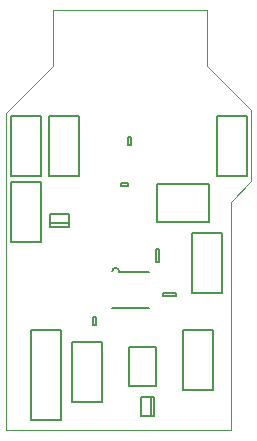
<source format=gbr>
%TF.GenerationSoftware,KiCad,Pcbnew,(5.0.0-rc3-dev)*%
%TF.CreationDate,2019-02-19T23:08:01+00:00*%
%TF.ProjectId,solar_breakout,736F6C61725F627265616B6F75742E6B,rev?*%
%TF.SameCoordinates,Original*%
%TF.FileFunction,Legend,Top*%
%TF.FilePolarity,Positive*%
%FSLAX46Y46*%
G04 Gerber Fmt 4.6, Leading zero omitted, Abs format (unit mm)*
G04 Created by KiCad (PCBNEW (5.0.0-rc3-dev)) date 02/19/19 23:08:01*
%MOMM*%
%LPD*%
G01*
G04 APERTURE LIST*
%ADD10C,0.010000*%
%ADD11C,0.150000*%
G04 APERTURE END LIST*
D10*
X157700000Y-124300000D02*
X138700000Y-124300000D01*
X157700000Y-104950000D02*
X157700000Y-124300000D01*
X159450000Y-97200000D02*
X159450000Y-103200000D01*
X157700000Y-104950000D02*
X159450000Y-103200000D01*
X138700000Y-97450000D02*
X138700000Y-124300000D01*
X155700000Y-93450000D02*
X155700000Y-88700000D01*
X159450000Y-97200000D02*
X155700000Y-93450000D01*
X142700000Y-93450000D02*
X142700000Y-88700000D01*
X138700000Y-97450000D02*
X142700000Y-93450000D01*
X155700000Y-88700000D02*
X142700000Y-88700000D01*
D11*
X140830000Y-115790000D02*
X143370000Y-115790000D01*
X140830000Y-123410000D02*
X140830000Y-115790000D01*
X143370000Y-123410000D02*
X140830000Y-123410000D01*
X143370000Y-115790000D02*
X143370000Y-123410000D01*
X159070000Y-102740000D02*
X156530000Y-102740000D01*
X159070000Y-97660000D02*
X159070000Y-102740000D01*
X156530000Y-97660000D02*
X159070000Y-97660000D01*
X156530000Y-102740000D02*
X156530000Y-97660000D01*
X148392000Y-103630000D02*
X148392000Y-103380000D01*
X148392000Y-103380000D02*
X149042000Y-103380000D01*
X149042000Y-103380000D02*
X149042000Y-103630000D01*
X149042000Y-103630000D02*
X148392000Y-103630000D01*
X151386000Y-108924000D02*
X151636000Y-108924000D01*
X151636000Y-108924000D02*
X151636000Y-110024000D01*
X151636000Y-110024000D02*
X151386000Y-110024000D01*
X151386000Y-110024000D02*
X151386000Y-108924000D01*
X151977000Y-112651000D02*
X153077000Y-112651000D01*
X151977000Y-112901000D02*
X151977000Y-112651000D01*
X153077000Y-112901000D02*
X151977000Y-112901000D01*
X153077000Y-112651000D02*
X153077000Y-112901000D01*
X150949000Y-123101000D02*
X150949000Y-121501000D01*
X150149000Y-123101000D02*
X151249000Y-123101000D01*
X150149000Y-121501000D02*
X150149000Y-123101000D01*
X151249000Y-121501000D02*
X150149000Y-121501000D01*
X151249000Y-123101000D02*
X151249000Y-121501000D01*
X142379800Y-107053000D02*
X143979800Y-107053000D01*
X143979800Y-107053000D02*
X143979800Y-105953000D01*
X143979800Y-105953000D02*
X142379800Y-105953000D01*
X142379800Y-105953000D02*
X142379800Y-107053000D01*
X142379800Y-106753000D02*
X143979800Y-106753000D01*
X148275000Y-110845000D02*
X150775000Y-110845000D01*
X147675000Y-113945000D02*
X150775000Y-113945000D01*
X148275000Y-110845000D02*
G75*
G03X147675000Y-110845000I-300000J0D01*
G01*
X144272000Y-121920000D02*
X144272000Y-116840000D01*
X144272000Y-116840000D02*
X146812000Y-116840000D01*
X146812000Y-116840000D02*
X146812000Y-121920000D01*
X146812000Y-121920000D02*
X144272000Y-121920000D01*
X141670000Y-108381800D02*
X139130000Y-108381800D01*
X141670000Y-103301800D02*
X141670000Y-108381800D01*
X139130000Y-103301800D02*
X141670000Y-103301800D01*
X139130000Y-108381800D02*
X139130000Y-103301800D01*
X154432000Y-107569000D02*
X156972000Y-107569000D01*
X154432000Y-112649000D02*
X154432000Y-107569000D01*
X156972000Y-112649000D02*
X154432000Y-112649000D01*
X156972000Y-107569000D02*
X156972000Y-112649000D01*
X144870000Y-102740000D02*
X142330000Y-102740000D01*
X144870000Y-97660000D02*
X144870000Y-102740000D01*
X142330000Y-97660000D02*
X144870000Y-97660000D01*
X142330000Y-102740000D02*
X142330000Y-97660000D01*
X156170000Y-115790000D02*
X156170000Y-120870000D01*
X156170000Y-120870000D02*
X153630000Y-120870000D01*
X153630000Y-120870000D02*
X153630000Y-115790000D01*
X153630000Y-115790000D02*
X156170000Y-115790000D01*
X141670000Y-97660000D02*
X141670000Y-102740000D01*
X141670000Y-102740000D02*
X139130000Y-102740000D01*
X139130000Y-102740000D02*
X139130000Y-97660000D01*
X139130000Y-97660000D02*
X141670000Y-97660000D01*
X149073000Y-117247000D02*
X151373000Y-117247000D01*
X151373000Y-117247000D02*
X151373000Y-120497000D01*
X151373000Y-120497000D02*
X149073000Y-120497000D01*
X149073000Y-120497000D02*
X149073000Y-117247000D01*
X146302000Y-114737000D02*
X146302000Y-115387000D01*
X146052000Y-114737000D02*
X146302000Y-114737000D01*
X146052000Y-115387000D02*
X146052000Y-114737000D01*
X146302000Y-115387000D02*
X146052000Y-115387000D01*
X148998500Y-99497000D02*
X149248500Y-99497000D01*
X149248500Y-99497000D02*
X149248500Y-100147000D01*
X149248500Y-100147000D02*
X148998500Y-100147000D01*
X148998500Y-100147000D02*
X148998500Y-99497000D01*
X155895000Y-106654000D02*
X151445000Y-106654000D01*
X151445000Y-106654000D02*
X151445000Y-103404000D01*
X151445000Y-103404000D02*
X155895000Y-103404000D01*
X155895000Y-103404000D02*
X155895000Y-106654000D01*
M02*

</source>
